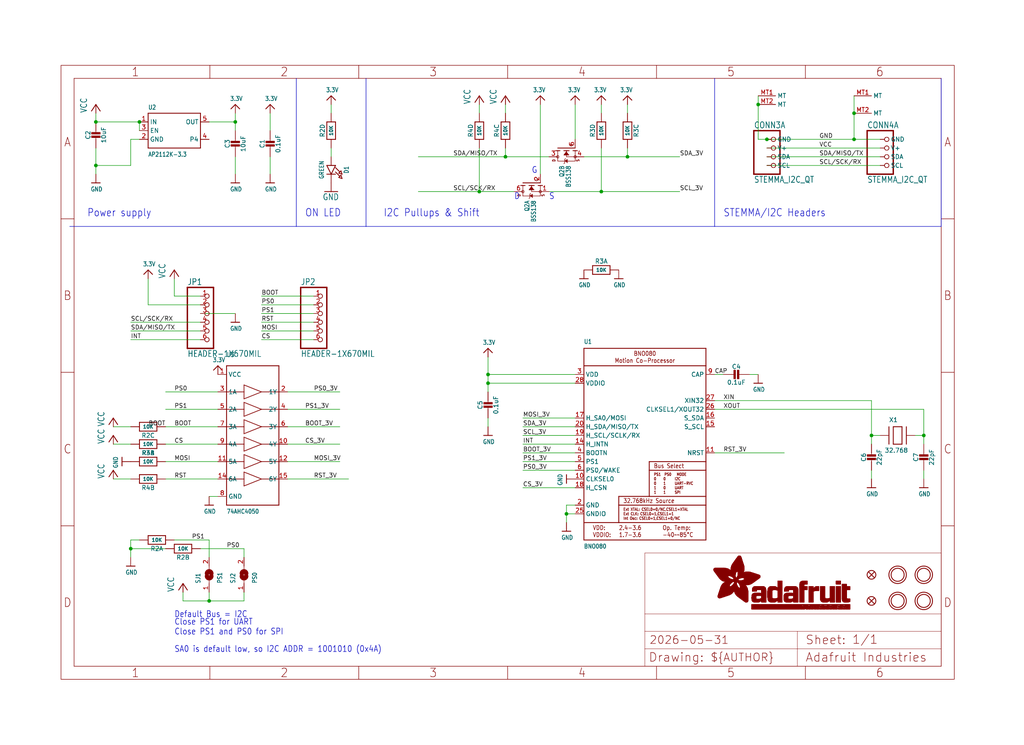
<source format=kicad_sch>
(kicad_sch (version 20231120) (generator "eeschema") (generator_version "8.0")
  (paper "User" 298.45 217.322)
  (lib_symbols
    (symbol "Adafruit_BNO08x-eagle-import:3.3V" (power)
      (symbol "3.3V_1_0"
        (pin power_in line (at 0 -2.54 90) (length 2.54) (name "3.3V") (number "1"))
      )
    )
    (symbol "Adafruit_BNO08x-eagle-import:74HC4050DTSSOP"
      (property "Reference" "U" (at -7.62 22.86 0))
      (symbol "74HC4050DTSSOP_1_0"
        (pin bidirectional line (at -10.16 17.78 0) (length 2.54) (name "VCC") (number "1"))
        (pin bidirectional line (at 10.16 -2.54 180) (length 2.54) (name "4Y") (number "10"))
        (pin bidirectional line (at -10.16 -7.62 0) (length 2.54) (name "5A") (number "11"))
        (pin bidirectional line (at 10.16 -7.62 180) (length 2.54) (name "5Y") (number "12"))
        (pin bidirectional line (at -10.16 -12.7 0) (length 2.54) (name "6A") (number "14"))
        (pin bidirectional line (at 10.16 -12.7 180) (length 2.54) (name "6Y") (number "15"))
        (pin bidirectional line (at 10.16 12.7 180) (length 2.54) (name "1Y") (number "2"))
        (pin bidirectional line (at -10.16 12.7 0) (length 2.54) (name "1A") (number "3"))
        (pin bidirectional line (at 10.16 7.62 180) (length 2.54) (name "2Y") (number "4"))
        (pin bidirectional line (at -10.16 7.62 0) (length 2.54) (name "2A") (number "5"))
        (pin bidirectional line (at 10.16 2.54 180) (length 2.54) (name "3Y") (number "6"))
        (pin bidirectional line (at -10.16 2.54 0) (length 2.54) (name "3A") (number "7"))
        (pin bidirectional line (at -10.16 -17.78 0) (length 2.54) (name "GND") (number "8"))
        (pin bidirectional line (at -10.16 -2.54 0) (length 2.54) (name "4A") (number "9"))
      )
    )
    (symbol "Adafruit_BNO08x-eagle-import:BNO080"
      (property "Reference" "U" (at -17.78 29.21 0))
      (symbol "BNO080_1_0"
        (text "2.4-3.6\n1.7-3.6" (at -7.62 -25.4 0) (effects (font (size 1.27 1.0795)) (justify left)))
        (text "32.768kHz Source" (at -6.35 -16.51 0) (effects (font (size 1.27 1.0795)) (justify left)))
        (text "BNO080\nMotion Co-Processor" (at 0 25.4 0) (effects (font (size 1.27 1.0795))))
        (text "Bus Select" (at 2.54 -6.35 0) (effects (font (size 1.27 1.0795)) (justify left)))
        (text "Ext XTAL: CSEL0=0/NC,CSEL1=XTAL\nExt CLK: CSEL0=1,CSEL1=1\nInt Osc: CSEL0=1,CSEL1=0/NC" (at -6.35 -20.32 0) (effects (font (size 0.8128 0.6908)) (justify left)))
        (text "Op. Temp:\n-40~~85°C" (at 5.08 -25.4 0) (effects (font (size 1.27 1.0795)) (justify left)))
        (text "PS1  PS0   MODE\n0    0     I2C\n0    1     UART-RVC\n1    0     UART\n1    1     SPI" (at 2.54 -11.43 0) (effects (font (size 0.8128 0.6908)) (justify left)))
        (text "VDD:\nVDDIO:" (at -15.24 -25.4 0) (effects (font (size 1.27 1.0795)) (justify left)))
        (pin input line (at -20.32 -10.16 0) (length 2.54) (name "CLKSEL0") (number "10"))
        (pin input line (at 20.32 -2.54 180) (length 2.54) (name "NRST") (number "11"))
        (pin output line (at -20.32 0 0) (length 2.54) (name "H_INTN") (number "14"))
        (pin bidirectional line (at 20.32 5.08 180) (length 2.54) (name "S_SCL") (number "15"))
        (pin bidirectional line (at 20.32 7.62 180) (length 2.54) (name "S_SDA") (number "16"))
        (pin output line (at -20.32 7.62 0) (length 2.54) (name "H_SA0/MOSI") (number "17"))
        (pin input line (at -20.32 -12.7 0) (length 2.54) (name "H_CSN") (number "18"))
        (pin bidirectional line (at -20.32 2.54 0) (length 2.54) (name "H_SCL/SCLK/RX") (number "19"))
        (pin power_in line (at -20.32 -17.78 0) (length 2.54) (name "GND") (number "2"))
        (pin bidirectional line (at -20.32 5.08 0) (length 2.54) (name "H_SDA/MISO/TX") (number "20"))
        (pin power_in line (at -20.32 -20.32 0) (length 2.54) (name "GNDIO") (number "25"))
        (pin output line (at 20.32 10.16 180) (length 2.54) (name "CLKSEL1/XOUT32") (number "26"))
        (pin input line (at 20.32 12.7 180) (length 2.54) (name "XIN32") (number "27"))
        (pin power_in line (at -20.32 17.78 0) (length 2.54) (name "VDDIO") (number "28"))
        (pin power_in line (at -20.32 20.32 0) (length 2.54) (name "VDD") (number "3"))
        (pin input line (at -20.32 -2.54 0) (length 2.54) (name "BOOTN") (number "4"))
        (pin input line (at -20.32 -5.08 0) (length 2.54) (name "PS1") (number "5"))
        (pin input line (at -20.32 -7.62 0) (length 2.54) (name "PS0/WAKE") (number "6"))
        (pin passive line (at 20.32 20.32 180) (length 2.54) (name "CAP") (number "9"))
      )
    )
    (symbol "Adafruit_BNO08x-eagle-import:CAP_CERAMIC0603_NO"
      (property "Reference" "C" (at -2.29 1.25 90))
      (symbol "CAP_CERAMIC0603_NO_1_0"
        (pin passive line (at 0 5.08 270) (length 2.54) (name "1") (number "1"))
        (pin passive line (at 0 -2.54 90) (length 2.54) (name "2") (number "2"))
      )
    )
    (symbol "Adafruit_BNO08x-eagle-import:CAP_CERAMIC0805-NOOUTLINE"
      (property "Reference" "C" (at -2.29 1.25 90))
      (symbol "CAP_CERAMIC0805-NOOUTLINE_1_0"
        (pin passive line (at 0 5.08 270) (length 2.54) (name "1") (number "1"))
        (pin passive line (at 0 -2.54 90) (length 2.54) (name "2") (number "2"))
      )
    )
    (symbol "Adafruit_BNO08x-eagle-import:FIDUCIAL_1MM")
    (symbol "Adafruit_BNO08x-eagle-import:FRAME_A4_ADAFRUIT"
      (symbol "FRAME_A4_ADAFRUIT_1_0"
        (text "${#}/${##}" (at 230.505 10.16 0) (effects (font (size 2.54 2.54)) (justify left bottom)))
        (text "${AUTHOR}" (at 189.23 5.08 0) (effects (font (size 2.286 2.286)) (justify left bottom)))
        (text "${CURRENT_DATE}" (at 171.45 10.16 0) (effects (font (size 2.286 2.286)) (justify left bottom)))
        (text "${PROJECTNAME}" (at 171.45 15.24 0) (effects (font (size 2.54 2.54)) (justify left bottom)))
        (text "1" (at 21.6958 1.905 0) (effects (font (size 2.54 2.286))))
        (text "1" (at 21.6958 177.165 0) (effects (font (size 2.54 2.286))))
        (text "2" (at 65.0875 1.905 0) (effects (font (size 2.54 2.286))))
        (text "2" (at 65.0875 177.165 0) (effects (font (size 2.54 2.286))))
        (text "3" (at 108.4792 1.905 0) (effects (font (size 2.54 2.286))))
        (text "3" (at 108.4792 177.165 0) (effects (font (size 2.54 2.286))))
        (text "4" (at 151.8708 1.905 0) (effects (font (size 2.54 2.286))))
        (text "4" (at 151.8708 177.165 0) (effects (font (size 2.54 2.286))))
        (text "5" (at 195.2625 1.905 0) (effects (font (size 2.54 2.286))))
        (text "5" (at 195.2625 177.165 0) (effects (font (size 2.54 2.286))))
        (text "6" (at 238.6542 1.905 0) (effects (font (size 2.54 2.286))))
        (text "6" (at 238.6542 177.165 0) (effects (font (size 2.54 2.286))))
        (text "A" (at 1.905 156.6863 0) (effects (font (size 2.54 2.286))))
        (text "A" (at 258.445 156.6863 0) (effects (font (size 2.54 2.286))))
        (text "Adafruit Industries" (at 216.916 4.953 0) (effects (font (size 2.54 2.54)) (justify left bottom)))
        (text "B" (at 1.905 111.9188 0) (effects (font (size 2.54 2.286))))
        (text "B" (at 258.445 111.9188 0) (effects (font (size 2.54 2.286))))
        (text "C" (at 1.905 67.1513 0) (effects (font (size 2.54 2.286))))
        (text "C" (at 258.445 67.1513 0) (effects (font (size 2.54 2.286))))
        (text "D" (at 1.905 22.3838 0) (effects (font (size 2.54 2.286))))
        (text "D" (at 258.445 22.3838 0) (effects (font (size 2.54 2.286))))
        (text "Drawing:" (at 171.196 4.953 0) (effects (font (size 2.54 2.54)) (justify left bottom)))
        (text "Sheet:" (at 216.916 10.033 0) (effects (font (size 2.54 2.54)) (justify left bottom)))
      )
    )
    (symbol "Adafruit_BNO08x-eagle-import:GND" (power)
      (symbol "GND_1_0"
        (pin power_in line (at 0 2.54 270) (length 2.54) (name "GND") (number "1"))
      )
    )
    (symbol "Adafruit_BNO08x-eagle-import:HEADER-1X670MIL"
      (property "Reference" "JP" (at -6.35 10.795 0))
      (symbol "HEADER-1X670MIL_1_0"
        (pin passive inverted (at -2.54 7.62 0) (length 2.54) (name "1") (number "1"))
        (pin passive inverted (at -2.54 5.08 0) (length 2.54) (name "2") (number "2"))
        (pin passive inverted (at -2.54 2.54 0) (length 2.54) (name "3") (number "3"))
        (pin passive inverted (at -2.54 0 0) (length 2.54) (name "4") (number "4"))
        (pin passive inverted (at -2.54 -2.54 0) (length 2.54) (name "5") (number "5"))
        (pin passive inverted (at -2.54 -5.08 0) (length 2.54) (name "6") (number "6"))
      )
    )
    (symbol "Adafruit_BNO08x-eagle-import:LED0603_NOOUTLINE"
      (property "Reference" "D" (at -1.27 4.445 0))
      (symbol "LED0603_NOOUTLINE_1_0"
        (pin passive line (at -5.08 0 0) (length 2.54) (name "A") (number "A"))
        (pin passive line (at 2.54 0 180) (length 2.54) (name "C") (number "C"))
      )
    )
    (symbol "Adafruit_BNO08x-eagle-import:MOSFET-N_DUAL"
      (property "Reference" "Q" (at 5.08 0.635 0))
      (symbol "MOSFET-N_DUAL_1_0"
        (text "D" (at 3.175 3.175 0) (effects (font (size 0.8128 0.6908)) (justify left bottom)))
        (text "G" (at -1.27 -1.905 0) (effects (font (size 0.8128 0.6908)) (justify left bottom)))
        (text "S" (at 3.175 -3.81 0) (effects (font (size 0.8128 0.6908)) (justify left bottom)))
        (pin bidirectional line (at 2.54 -5.08 90) (length 2.54) (name "S") (number "1"))
        (pin bidirectional line (at -2.54 -2.54 0) (length 2.54) (name "G") (number "2"))
        (pin bidirectional line (at 2.54 5.08 270) (length 2.54) (name "D") (number "6"))
      )
      (symbol "MOSFET-N_DUAL_2_0"
        (text "D" (at 3.175 3.175 0) (effects (font (size 0.8128 0.6908)) (justify left bottom)))
        (text "G" (at -1.27 -1.905 0) (effects (font (size 0.8128 0.6908)) (justify left bottom)))
        (text "S" (at 3.175 -3.81 0) (effects (font (size 0.8128 0.6908)) (justify left bottom)))
        (pin bidirectional line (at 2.54 5.08 270) (length 2.54) (name "D") (number "3"))
        (pin bidirectional line (at 2.54 -5.08 90) (length 2.54) (name "S") (number "4"))
        (pin bidirectional line (at -2.54 -2.54 0) (length 2.54) (name "G") (number "5"))
      )
    )
    (symbol "Adafruit_BNO08x-eagle-import:MOUNTINGHOLE2.5")
    (symbol "Adafruit_BNO08x-eagle-import:RESISTOR_4PACK"
      (property "Reference" "R" (at 0 2.54 0))
      (symbol "RESISTOR_4PACK_1_0"
        (pin passive line (at -5.08 0 0) (length 2.54) (name "1") (number "1"))
        (pin passive line (at 5.08 0 180) (length 2.54) (name "2") (number "8"))
      )
      (symbol "RESISTOR_4PACK_2_0"
        (pin passive line (at -5.08 0 0) (length 2.54) (name "1") (number "2"))
        (pin passive line (at 5.08 0 180) (length 2.54) (name "2") (number "7"))
      )
      (symbol "RESISTOR_4PACK_3_0"
        (pin passive line (at -5.08 0 0) (length 2.54) (name "1") (number "3"))
        (pin passive line (at 5.08 0 180) (length 2.54) (name "2") (number "6"))
      )
      (symbol "RESISTOR_4PACK_4_0"
        (pin passive line (at -5.08 0 0) (length 2.54) (name "1") (number "4"))
        (pin passive line (at 5.08 0 180) (length 2.54) (name "2") (number "5"))
      )
    )
    (symbol "Adafruit_BNO08x-eagle-import:SOLDERJUMPER"
      (property "Reference" "SJ" (at -2.54 2.54 0))
      (symbol "SOLDERJUMPER_1_0"
        (pin passive line (at -5.08 0 0) (length 2.54) (name "1") (number "1"))
        (pin passive line (at 5.08 0 180) (length 2.54) (name "2") (number "2"))
      )
    )
    (symbol "Adafruit_BNO08x-eagle-import:STEMMA_I2C_QT"
      (symbol "STEMMA_I2C_QT_1_0"
        (pin passive inverted (at 0 5.08 0) (length 2.54) (name "GND") (number "1"))
        (pin passive inverted (at 0 2.54 0) (length 2.54) (name "V+") (number "2"))
        (pin passive inverted (at 0 0 0) (length 2.54) (name "SDA") (number "3"))
        (pin passive inverted (at 0 -2.54 0) (length 2.54) (name "SCL") (number "4"))
      )
      (symbol "STEMMA_I2C_QT_2_0"
        (pin bidirectional line (at 0 0 0) (length 5.08) (name "MT") (number "MT1"))
      )
      (symbol "STEMMA_I2C_QT_3_0"
        (pin bidirectional line (at 0 0 0) (length 5.08) (name "MT") (number "MT2"))
      )
    )
    (symbol "Adafruit_BNO08x-eagle-import:VCC" (power)
      (symbol "VCC_1_0"
        (pin power_in line (at 0 -2.54 90) (length 2.54) (name "VCC") (number "1"))
      )
    )
    (symbol "Adafruit_BNO08x-eagle-import:VREG_SOT23-5"
      (property "Reference" "U" (at -7.62 6.096 0))
      (symbol "VREG_SOT23-5_1_0"
        (pin power_in line (at -10.16 2.54 0) (length 2.54) (name "IN") (number "1"))
        (pin power_in line (at -10.16 -2.54 0) (length 2.54) (name "GND") (number "2"))
        (pin input line (at -10.16 0 0) (length 2.54) (name "EN") (number "3"))
        (pin bidirectional line (at 10.16 -2.54 180) (length 2.54) (name "P4") (number "4"))
        (pin power_in line (at 10.16 2.54 180) (length 2.54) (name "OUT") (number "5"))
      )
    )
    (symbol "Adafruit_BNO08x-eagle-import:XTAL-3.2X1.5"
      (property "Reference" "X" (at -2.54 3.81 0))
      (symbol "XTAL-3.2X1.5_1_0"
        (pin bidirectional line (at -5.08 0 0) (length 2.54) (name "P$1") (number "P$1"))
        (pin bidirectional line (at 5.08 0 180) (length 2.54) (name "P$2") (number "P$2"))
      )
    )
    (symbol "Adafruit_BNO08x-eagle-import:supply1_GND" (power)
      (symbol "supply1_GND_1_0"
        (pin power_in line (at 0 2.54 270) (length 2.54) (name "GND") (number "1"))
      )
    )
  )
  (junction (at 40.64 35.56))
  (junction (at 27.94 48.26))
  (junction (at 220.98 30.48))
  (junction (at 68.58 35.56))
  (junction (at 175.26 55.88))
  (junction (at 142.24 111.76))
  (junction (at 254 127))
  (junction (at 165.1 149.86))
  (junction (at 248.92 33.02))
  (junction (at 38.1 160.02))
  (junction (at 248.92 40.64))
  (junction (at 60.96 175.26))
  (junction (at 139.7 55.88))
  (junction (at 147.32 45.72))
  (junction (at 269.24 127))
  (junction (at 27.94 35.56))
  (junction (at 182.88 45.72))
  (junction (at 223.52 40.64))
  (junction (at 142.24 109.22))
  (wire (pts (xy 175.26 55.88) (xy 198.12 55.88)) (stroke (width 0.1524)))
  (wire (pts (xy 175.26 43.18) (xy 175.26 55.88)) (stroke (width 0.1524)))
  (wire (pts (xy 27.94 33.02) (xy 27.94 35.56)) (stroke (width 0.1524)))
  (wire (pts (xy 167.64 121.92) (xy 152.4 121.92)) (stroke (width 0.1524)))
  (wire (pts (xy 50.8 86.36) (xy 50.8 81.28)) (stroke (width 0.1524)))
  (wire (pts (xy 33.02 139.7) (xy 38.1 139.7)) (stroke (width 0.1524)))
  (wire (pts (xy 220.98 30.48) (xy 220.98 40.64)) (stroke (width 0.1524)))
  (wire (pts (xy 147.32 43.18) (xy 147.32 45.72)) (stroke (width 0.1524)))
  (wire (pts (xy 139.7 55.88) (xy 121.92 55.88)) (stroke (width 0.1524)))
  (wire (pts (xy 27.94 48.26) (xy 27.94 50.8)) (stroke (width 0.1524)))
  (wire (pts (xy 48.26 129.54) (xy 63.5 129.54)) (stroke (width 0.1524)))
  (wire (pts (xy 63.5 144.78) (xy 60.96 144.78)) (stroke (width 0.1524)))
  (wire (pts (xy 254 127) (xy 254 129.54)) (stroke (width 0.1524)))
  (wire (pts (xy 40.64 40.64) (xy 38.1 40.64)) (stroke (width 0.1524)))
  (wire (pts (xy 68.58 35.56) (xy 68.58 38.1)) (stroke (width 0.1524)))
  (wire (pts (xy 96.52 45.72) (xy 96.52 43.18)) (stroke (width 0.1524)))
  (wire (pts (xy 160.02 45.72) (xy 147.32 45.72)) (stroke (width 0.1524)))
  (wire (pts (xy 139.7 43.18) (xy 139.7 55.88)) (stroke (width 0.1524)))
  (wire (pts (xy 182.88 43.18) (xy 182.88 45.72)) (stroke (width 0.1524)))
  (wire (pts (xy 182.88 33.02) (xy 182.88 30.48)) (stroke (width 0.1524)))
  (polyline (pts (xy 20.32 66.04) (xy 86.36 66.04)) (stroke (width 0.1524) (type solid)))
  (wire (pts (xy 58.42 93.98) (xy 38.1 93.98)) (stroke (width 0.1524)))
  (wire (pts (xy 165.1 147.32) (xy 165.1 149.86)) (stroke (width 0.1524)))
  (wire (pts (xy 223.52 48.26) (xy 256.54 48.26)) (stroke (width 0.1524)))
  (wire (pts (xy 71.12 172.72) (xy 71.12 175.26)) (stroke (width 0.1524)))
  (wire (pts (xy 220.98 27.94) (xy 220.98 30.48)) (stroke (width 0.1524)))
  (wire (pts (xy 256.54 40.64) (xy 248.92 40.64)) (stroke (width 0.1524)))
  (wire (pts (xy 208.28 132.08) (xy 228.6 132.08)) (stroke (width 0.1524)))
  (wire (pts (xy 60.96 175.26) (xy 53.34 175.26)) (stroke (width 0.1524)))
  (wire (pts (xy 68.58 45.72) (xy 68.58 50.8)) (stroke (width 0.1524)))
  (wire (pts (xy 60.96 35.56) (xy 68.58 35.56)) (stroke (width 0.1524)))
  (wire (pts (xy 167.64 109.22) (xy 142.24 109.22)) (stroke (width 0.1524)))
  (wire (pts (xy 142.24 121.92) (xy 142.24 124.46)) (stroke (width 0.1524)))
  (wire (pts (xy 175.26 33.02) (xy 175.26 30.48)) (stroke (width 0.1524)))
  (wire (pts (xy 83.82 114.3) (xy 99.06 114.3)) (stroke (width 0.1524)))
  (wire (pts (xy 60.96 172.72) (xy 60.96 175.26)) (stroke (width 0.1524)))
  (wire (pts (xy 96.52 30.48) (xy 96.52 33.02)) (stroke (width 0.1524)))
  (wire (pts (xy 254 137.16) (xy 254 139.7)) (stroke (width 0.1524)))
  (wire (pts (xy 38.1 157.48) (xy 40.64 157.48)) (stroke (width 0.1524)))
  (wire (pts (xy 48.26 160.02) (xy 38.1 160.02)) (stroke (width 0.1524)))
  (wire (pts (xy 58.42 160.02) (xy 71.12 160.02)) (stroke (width 0.1524)))
  (wire (pts (xy 152.4 137.16) (xy 167.64 137.16)) (stroke (width 0.1524)))
  (wire (pts (xy 139.7 30.48) (xy 139.7 33.02)) (stroke (width 0.1524)))
  (wire (pts (xy 147.32 45.72) (xy 121.92 45.72)) (stroke (width 0.1524)))
  (wire (pts (xy 269.24 137.16) (xy 269.24 139.7)) (stroke (width 0.1524)))
  (wire (pts (xy 58.42 86.36) (xy 50.8 86.36)) (stroke (width 0.1524)))
  (wire (pts (xy 208.28 116.84) (xy 254 116.84)) (stroke (width 0.1524)))
  (wire (pts (xy 269.24 119.38) (xy 269.24 127)) (stroke (width 0.1524)))
  (wire (pts (xy 38.1 40.64) (xy 38.1 48.26)) (stroke (width 0.1524)))
  (wire (pts (xy 33.02 124.46) (xy 38.1 124.46)) (stroke (width 0.1524)))
  (wire (pts (xy 91.44 96.52) (xy 76.2 96.52)) (stroke (width 0.1524)))
  (wire (pts (xy 40.64 38.1) (xy 40.64 35.56)) (stroke (width 0.1524)))
  (wire (pts (xy 91.44 91.44) (xy 76.2 91.44)) (stroke (width 0.1524)))
  (wire (pts (xy 266.7 127) (xy 269.24 127)) (stroke (width 0.1524)))
  (wire (pts (xy 83.82 124.46) (xy 99.06 124.46)) (stroke (width 0.1524)))
  (wire (pts (xy 60.96 157.48) (xy 60.96 162.56)) (stroke (width 0.1524)))
  (wire (pts (xy 248.92 40.64) (xy 223.52 40.64)) (stroke (width 0.1524)))
  (wire (pts (xy 220.98 40.64) (xy 223.52 40.64)) (stroke (width 0.1524)))
  (wire (pts (xy 223.52 43.18) (xy 256.54 43.18)) (stroke (width 0.1524)))
  (wire (pts (xy 248.92 27.94) (xy 248.92 33.02)) (stroke (width 0.1524)))
  (wire (pts (xy 27.94 48.26) (xy 27.94 43.18)) (stroke (width 0.1524)))
  (wire (pts (xy 58.42 99.06) (xy 38.1 99.06)) (stroke (width 0.1524)))
  (polyline (pts (xy 106.68 66.04) (xy 208.28 66.04)) (stroke (width 0.1524) (type solid)))
  (wire (pts (xy 38.1 160.02) (xy 38.1 162.56)) (stroke (width 0.1524)))
  (wire (pts (xy 149.86 55.88) (xy 139.7 55.88)) (stroke (width 0.1524)))
  (wire (pts (xy 91.44 88.9) (xy 76.2 88.9)) (stroke (width 0.1524)))
  (polyline (pts (xy 86.36 66.04) (xy 106.68 66.04)) (stroke (width 0.1524) (type solid)))
  (wire (pts (xy 167.64 132.08) (xy 152.4 132.08)) (stroke (width 0.1524)))
  (wire (pts (xy 167.64 40.64) (xy 167.64 30.48)) (stroke (width 0.1524)))
  (wire (pts (xy 71.12 175.26) (xy 60.96 175.26)) (stroke (width 0.1524)))
  (wire (pts (xy 58.42 96.52) (xy 38.1 96.52)) (stroke (width 0.1524)))
  (wire (pts (xy 157.48 50.8) (xy 157.48 30.48)) (stroke (width 0.1524)))
  (wire (pts (xy 50.8 157.48) (xy 60.96 157.48)) (stroke (width 0.1524)))
  (wire (pts (xy 167.64 142.24) (xy 152.4 142.24)) (stroke (width 0.1524)))
  (wire (pts (xy 40.64 35.56) (xy 27.94 35.56)) (stroke (width 0.1524)))
  (wire (pts (xy 167.64 147.32) (xy 165.1 147.32)) (stroke (width 0.1524)))
  (wire (pts (xy 71.12 160.02) (xy 71.12 162.56)) (stroke (width 0.1524)))
  (polyline (pts (xy 208.28 22.86) (xy 208.28 66.04)) (stroke (width 0.1524) (type solid)))
  (wire (pts (xy 63.5 119.38) (xy 48.26 119.38)) (stroke (width 0.1524)))
  (wire (pts (xy 256.54 45.72) (xy 223.52 45.72)) (stroke (width 0.1524)))
  (wire (pts (xy 58.42 88.9) (xy 43.18 88.9)) (stroke (width 0.1524)))
  (wire (pts (xy 83.82 139.7) (xy 101.6 139.7)) (stroke (width 0.1524)))
  (polyline (pts (xy 86.36 22.86) (xy 86.36 66.04)) (stroke (width 0.1524) (type solid)))
  (wire (pts (xy 91.44 86.36) (xy 76.2 86.36)) (stroke (width 0.1524)))
  (wire (pts (xy 147.32 33.02) (xy 147.32 30.48)) (stroke (width 0.1524)))
  (wire (pts (xy 83.82 134.62) (xy 99.06 134.62)) (stroke (width 0.1524)))
  (wire (pts (xy 38.1 157.48) (xy 38.1 160.02)) (stroke (width 0.1524)))
  (wire (pts (xy 142.24 109.22) (xy 142.24 104.14)) (stroke (width 0.1524)))
  (wire (pts (xy 167.64 149.86) (xy 165.1 149.86)) (stroke (width 0.1524)))
  (polyline (pts (xy 106.68 22.86) (xy 106.68 66.04)) (stroke (width 0.1524) (type solid)))
  (wire (pts (xy 78.74 45.72) (xy 78.74 50.8)) (stroke (width 0.1524)))
  (wire (pts (xy 68.58 35.56) (xy 68.58 33.02)) (stroke (width 0.1524)))
  (wire (pts (xy 167.64 111.76) (xy 142.24 111.76)) (stroke (width 0.1524)))
  (wire (pts (xy 142.24 114.3) (xy 142.24 111.76)) (stroke (width 0.1524)))
  (wire (pts (xy 63.5 114.3) (xy 48.26 114.3)) (stroke (width 0.1524)))
  (wire (pts (xy 254 116.84) (xy 254 127)) (stroke (width 0.1524)))
  (wire (pts (xy 160.02 55.88) (xy 175.26 55.88)) (stroke (width 0.1524)))
  (wire (pts (xy 63.5 124.46) (xy 48.26 124.46)) (stroke (width 0.1524)))
  (polyline (pts (xy 274.32 22.86) (xy 274.32 66.04)) (stroke (width 0.1524) (type solid)))
  (wire (pts (xy 167.64 129.54) (xy 152.4 129.54)) (stroke (width 0.1524)))
  (wire (pts (xy 83.82 129.54) (xy 99.06 129.54)) (stroke (width 0.1524)))
  (polyline (pts (xy 208.28 66.04) (xy 274.32 66.04)) (stroke (width 0.1524) (type solid)))
  (wire (pts (xy 63.5 134.62) (xy 48.26 134.62)) (stroke (width 0.1524)))
  (wire (pts (xy 208.28 119.38) (xy 269.24 119.38)) (stroke (width 0.1524)))
  (wire (pts (xy 167.64 134.62) (xy 152.4 134.62)) (stroke (width 0.1524)))
  (wire (pts (xy 269.24 127) (xy 269.24 129.54)) (stroke (width 0.1524)))
  (wire (pts (xy 99.06 119.38) (xy 83.82 119.38)) (stroke (width 0.1524)))
  (wire (pts (xy 248.92 33.02) (xy 248.92 40.64)) (stroke (width 0.1524)))
  (wire (pts (xy 78.74 33.02) (xy 78.74 38.1)) (stroke (width 0.1524)))
  (wire (pts (xy 256.54 127) (xy 254 127)) (stroke (width 0.1524)))
  (wire (pts (xy 142.24 111.76) (xy 142.24 109.22)) (stroke (width 0.1524)))
  (wire (pts (xy 208.28 109.22) (xy 210.82 109.22)) (stroke (width 0.1524)))
  (wire (pts (xy 218.44 109.22) (xy 220.98 109.22)) (stroke (width 0.1524)))
  (wire (pts (xy 165.1 149.86) (xy 165.1 152.4)) (stroke (width 0.1524)))
  (wire (pts (xy 91.44 93.98) (xy 76.2 93.98)) (stroke (width 0.1524)))
  (wire (pts (xy 167.64 127) (xy 152.4 127)) (stroke (width 0.1524)))
  (wire (pts (xy 167.64 124.46) (xy 152.4 124.46)) (stroke (width 0.1524)))
  (wire (pts (xy 43.18 88.9) (xy 43.18 81.28)) (stroke (width 0.1524)))
  (wire (pts (xy 38.1 48.26) (xy 27.94 48.26)) (stroke (width 0.1524)))
  (wire (pts (xy 48.26 139.7) (xy 63.5 139.7)) (stroke (width 0.1524)))
  (wire (pts (xy 53.34 175.26) (xy 53.34 172.72)) (stroke (width 0.1524)))
  (wire (pts (xy 58.42 91.44) (xy 68.58 91.44)) (stroke (width 0.1524)))
  (wire (pts (xy 33.02 129.54) (xy 38.1 129.54)) (stroke (width 0.1524)))
  (wire (pts (xy 170.18 45.72) (xy 182.88 45.72)) (stroke (width 0.1524)))
  (wire (pts (xy 91.44 99.06) (xy 76.2 99.06)) (stroke (width 0.1524)))
  (wire (pts (xy 182.88 45.72) (xy 198.12 45.72)) (stroke (width 0.1524)))
  (text "SA0 is default low, so I2C ADDR = 1001010 (0x4A)" (at 50.8 190.5 0) (effects (font (size 1.778 1.5113)) (justify left bottom)))
  (text "I2C Pullups & Shift" (at 111.76 63.5 0) (effects (font (size 2.1844 1.8567)) (justify left bottom)))
  (text "STEMMA/I2C Headers" (at 210.82 63.5 0) (effects (font (size 2.1844 1.8567)) (justify left bottom)))
  (text "Power supply" (at 25.4 63.5 0) (effects (font (size 2.1844 1.8567)) (justify left bottom)))
  (text "Default Bus = I2C" (at 50.8 180.34 0) (effects (font (size 1.778 1.5113)) (justify left bottom)))
  (text "S" (at 160.02 58.42 0) (effects (font (size 1.778 1.5113)) (justify left bottom)))
  (text "D" (at 149.86 58.42 0) (effects (font (size 1.778 1.5113)) (justify left bottom)))
  (text "ON LED" (at 88.9 63.5 0) (effects (font (size 2.1844 1.8567)) (justify left bottom)))
  (text "Close PS1 for UART\nClose PS1 and PS0 for SPI" (at 50.8 185.42 0) (effects (font (size 1.778 1.5113)) (justify left bottom)))
  (text "G" (at 154.94 50.8 0) (effects (font (size 1.778 1.5113)) (justify left bottom)))
  (label "PS0" (at 66.04 160.02 0) (effects (font (size 1.2446 1.2446))))
  (label "CS" (at 50.8 129.54 0) (effects (font (size 1.2446 1.2446))))
  (label "SCL_3V" (at 198.12 55.88 0) (effects (font (size 1.2446 1.2446))))
  (label "PS1_3V" (at 88.9 119.38 0) (effects (font (size 1.2446 1.2446))))
  (label "RST_3V" (at 210.82 132.08 0) (effects (font (size 1.2446 1.2446))))
  (label "PS0_3V" (at 91.44 114.3 0) (effects (font (size 1.2446 1.2446))))
  (label "PS1" (at 55.88 157.48 0) (effects (font (size 1.2446 1.2446))))
  (label "VCC" (at 238.76 43.18 0) (effects (font (size 1.2446 1.2446))))
  (label "MOSI" (at 50.8 134.62 0) (effects (font (size 1.2446 1.2446))))
  (label "MOSI_3V" (at 152.4 121.92 0) (effects (font (size 1.2446 1.2446))))
  (label "SDA_3V" (at 152.4 124.46 0) (effects (font (size 1.2446 1.2446))))
  (label "MOSI_3V" (at 91.44 134.62 0) (effects (font (size 1.2446 1.2446))))
  (label "SCL/SCK/RX" (at 132.08 55.88 0) (effects (font (size 1.2446 1.2446))))
  (label "SDA/MISO/TX" (at 238.76 45.72 0) (effects (font (size 1.2446 1.2446))))
  (label "PS0" (at 76.2 88.9 0) (effects (font (size 1.2446 1.2446))))
  (label "SDA/MISO/TX" (at 38.1 96.52 0) (effects (font (size 1.2446 1.2446))))
  (label "BOOT" (at 50.8 124.46 0) (effects (font (size 1.2446 1.2446))))
  (label "SCL_3V" (at 152.4 127 0) (effects (font (size 1.2446 1.2446))))
  (label "CAP" (at 208.28 109.22 0) (effects (font (size 1.2446 1.2446))))
  (label "XIN" (at 210.82 116.84 0) (effects (font (size 1.2446 1.2446))))
  (label "CS_3V" (at 88.9 129.54 0) (effects (font (size 1.2446 1.2446))))
  (label "CS_3V" (at 152.4 142.24 0) (effects (font (size 1.2446 1.2446))))
  (label "PS1_3V" (at 152.4 134.62 0) (effects (font (size 1.2446 1.2446))))
  (label "SCL/SCK/RX" (at 38.1 93.98 0) (effects (font (size 1.2446 1.2446))))
  (label "XOUT" (at 210.82 119.38 0) (effects (font (size 1.2446 1.2446))))
  (label "RST" (at 50.8 139.7 0) (effects (font (size 1.2446 1.2446))))
  (label "BOOT" (at 76.2 86.36 0) (effects (font (size 1.2446 1.2446))))
  (label "INT" (at 38.1 99.06 0) (effects (font (size 1.2446 1.2446))))
  (label "BOOT_3V" (at 88.9 124.46 0) (effects (font (size 1.2446 1.2446))))
  (label "MOSI" (at 76.2 96.52 0) (effects (font (size 1.2446 1.2446))))
  (label "PS1" (at 76.2 91.44 0) (effects (font (size 1.2446 1.2446))))
  (label "PS0" (at 50.8 114.3 0) (effects (font (size 1.2446 1.2446))))
  (label "SDA/MISO/TX" (at 132.08 45.72 0) (effects (font (size 1.2446 1.2446))))
  (label "RST_3V" (at 91.44 139.7 0) (effects (font (size 1.2446 1.2446))))
  (label "SCL/SCK/RX" (at 238.76 48.26 0) (effects (font (size 1.2446 1.2446))))
  (label "INT" (at 152.4 129.54 0) (effects (font (size 1.2446 1.2446))))
  (label "BOOT" (at 48.26 124.46 180) (effects (font (size 1.2446 1.2446))))
  (label "PS1" (at 50.8 119.38 0) (effects (font (size 1.2446 1.2446))))
  (label "CS" (at 76.2 99.06 0) (effects (font (size 1.2446 1.2446))))
  (label "PS0_3V" (at 152.4 137.16 0) (effects (font (size 1.2446 1.2446))))
  (label "BOOT_3V" (at 152.4 132.08 0) (effects (font (size 1.2446 1.2446))))
  (label "GND" (at 238.76 40.64 0) (effects (font (size 1.2446 1.2446))))
  (label "RST" (at 76.2 93.98 0) (effects (font (size 1.2446 1.2446))))
  (label "SDA_3V" (at 198.12 45.72 0) (effects (font (size 1.2446 1.2446))))
  (symbol (lib_id "Adafruit_BNO08x-eagle-import:GND") (at 254 142.24 0) (unit 1)
    (property "Reference" "#U$12" (effects (hide yes)))
    (property "Value" "GND" (at 252.476 144.78 0) (effects (font (size 1.27 1.0795)) (justify left bottom)))
  )
  (symbol (lib_id "Adafruit_BNO08x-eagle-import:GND") (at 68.58 93.98 0) (unit 1)
    (property "Reference" "#U$10" (effects (hide yes)))
    (property "Value" "GND" (at 67.056 96.52 0) (effects (font (size 1.27 1.0795)) (justify left bottom)))
  )
  (symbol (lib_id "Adafruit_BNO08x-eagle-import:RESISTOR_4PACK") (at 43.18 134.62 0) (unit 2)
    (property "Reference" "R3" (at 43.18 132.08 0))
    (property "Value" "10K" (at 43.18 134.62 0) (effects (font (size 1.016 1.016) (bold yes))))
    (property "Footprint" "Adafruit_BNO08x:RESPACK_4X0603" (effects (hide yes)))
  )
  (symbol (lib_id "Adafruit_BNO08x-eagle-import:VCC") (at 50.8 78.74 0) (unit 1)
    (property "Reference" "#P+4" (effects (hide yes)))
    (property "Value" "VCC" (at 48.26 81.28 90) (effects (font (size 1.778 1.5113)) (justify left bottom)))
  )
  (symbol (lib_id "Adafruit_BNO08x-eagle-import:GND") (at 78.74 53.34 0) (unit 1)
    (property "Reference" "#U$6" (effects (hide yes)))
    (property "Value" "GND" (at 77.216 55.88 0) (effects (font (size 1.27 1.0795)) (justify left bottom)))
  )
  (symbol (lib_id "Adafruit_BNO08x-eagle-import:CAP_CERAMIC0603_NO") (at 254 134.62 0) (unit 1)
    (property "Reference" "C6" (at 251.71 133.37 90))
    (property "Value" "22pF" (at 256.3 133.37 90))
    (property "Footprint" "Adafruit_BNO08x:0603-NO" (effects (hide yes)))
  )
  (symbol (lib_id "Adafruit_BNO08x-eagle-import:GND") (at 220.98 111.76 0) (unit 1)
    (property "Reference" "#U$8" (effects (hide yes)))
    (property "Value" "GND" (at 219.456 114.3 0) (effects (font (size 1.27 1.0795)) (justify left bottom)))
  )
  (symbol (lib_id "Adafruit_BNO08x-eagle-import:RESISTOR_4PACK") (at 53.34 160.02 180) (unit 2)
    (property "Reference" "R2" (at 53.34 162.56 0))
    (property "Value" "10K" (at 53.34 160.02 0) (effects (font (size 1.016 1.016) (bold yes))))
    (property "Footprint" "Adafruit_BNO08x:RESPACK_4X0603" (effects (hide yes)))
  )
  (symbol (lib_id "Adafruit_BNO08x-eagle-import:HEADER-1X670MIL") (at 93.98 93.98 0) (unit 1)
    (property "Reference" "JP2" (at 87.63 83.185 0) (effects (font (size 1.778 1.5113)) (justify left bottom)))
    (property "Value" "HEADER-1X670MIL" (at 87.63 104.14 0) (effects (font (size 1.778 1.5113)) (justify left bottom)))
    (property "Footprint" "Adafruit_BNO08x:1X06_ROUND_70" (effects (hide yes)))
  )
  (symbol (lib_id "Adafruit_BNO08x-eagle-import:RESISTOR_4PACK") (at 175.26 38.1 90) (unit 4)
    (property "Reference" "R3" (at 172.72 38.1 0))
    (property "Value" "10K" (at 175.26 38.1 0) (effects (font (size 1.016 1.016) (bold yes))))
    (property "Footprint" "Adafruit_BNO08x:RESPACK_4X0603" (effects (hide yes)))
  )
  (symbol (lib_id "Adafruit_BNO08x-eagle-import:FRAME_A4_ADAFRUIT") (at 17.78 198.12 0) (unit 1)
    (property "Reference" "#U$18" (effects (hide yes)))
    (property "Value" "FRAME_A4_ADAFRUIT" (effects (hide yes)))
  )
  (symbol (lib_id "Adafruit_BNO08x-eagle-import:GND") (at 60.96 147.32 0) (unit 1)
    (property "Reference" "#U$34" (effects (hide yes)))
    (property "Value" "GND" (at 59.436 149.86 0) (effects (font (size 1.27 1.0795)) (justify left bottom)))
  )
  (symbol (lib_id "Adafruit_BNO08x-eagle-import:XTAL-3.2X1.5") (at 261.62 127 0) (unit 1)
    (property "Reference" "X1" (at 259.08 123.19 0) (effects (justify left bottom)))
    (property "Value" "32.768" (at 257.81 132.08 0) (effects (justify left bottom)))
    (property "Footprint" "Adafruit_BNO08x:XTAL3215" (effects (hide yes)))
  )
  (symbol (lib_id "Adafruit_BNO08x-eagle-import:CAP_CERAMIC0805-NOOUTLINE") (at 68.58 43.18 0) (unit 1)
    (property "Reference" "C3" (at 66.29 41.93 90))
    (property "Value" "10uF" (at 70.88 41.93 90))
    (property "Footprint" "Adafruit_BNO08x:0805-NO" (effects (hide yes)))
  )
  (symbol (lib_id "Adafruit_BNO08x-eagle-import:RESISTOR_4PACK") (at 175.26 78.74 0) (unit 1)
    (property "Reference" "R3" (at 175.26 76.2 0))
    (property "Value" "10K" (at 175.26 78.74 0) (effects (font (size 1.016 1.016) (bold yes))))
    (property "Footprint" "Adafruit_BNO08x:RESPACK_4X0603" (effects (hide yes)))
  )
  (symbol (lib_id "Adafruit_BNO08x-eagle-import:VCC") (at 33.02 121.92 0) (unit 1)
    (property "Reference" "#P+7" (effects (hide yes)))
    (property "Value" "VCC" (at 30.48 124.46 90) (effects (font (size 1.778 1.5113)) (justify left bottom)))
  )
  (symbol (lib_id "Adafruit_BNO08x-eagle-import:GND") (at 142.24 127 0) (unit 1)
    (property "Reference" "#U$11" (effects (hide yes)))
    (property "Value" "GND" (at 140.716 129.54 0) (effects (font (size 1.27 1.0795)) (justify left bottom)))
  )
  (symbol (lib_id "Adafruit_BNO08x-eagle-import:VCC") (at 53.34 170.18 0) (unit 1)
    (property "Reference" "#P+8" (effects (hide yes)))
    (property "Value" "VCC" (at 50.8 172.72 90) (effects (font (size 1.778 1.5113)) (justify left bottom)))
  )
  (symbol (lib_id "Adafruit_BNO08x-eagle-import:MOUNTINGHOLE2.5") (at 261.62 167.64 0) (unit 1)
    (property "Reference" "U$17" (effects (hide yes)))
    (property "Value" "MOUNTINGHOLE2.5" (effects (hide yes)))
    (property "Footprint" "Adafruit_BNO08x:MOUNTINGHOLE_2.5_PLATED" (effects (hide yes)))
  )
  (symbol (lib_id "Adafruit_BNO08x-eagle-import:CAP_CERAMIC0603_NO") (at 78.74 43.18 0) (unit 1)
    (property "Reference" "C1" (at 76.45 41.93 90))
    (property "Value" "0.1uF" (at 81.04 41.93 90))
    (property "Footprint" "Adafruit_BNO08x:0603-NO" (effects (hide yes)))
  )
  (symbol (lib_id "Adafruit_BNO08x-eagle-import:SOLDERJUMPER") (at 60.96 167.64 90) (unit 1)
    (property "Reference" "SJ1" (at 58.42 170.18 0) (effects (font (size 1.27 1.0795)) (justify left bottom)))
    (property "Value" "PS1" (at 64.77 170.18 0) (effects (font (size 1.27 1.0795)) (justify left bottom)))
    (property "Footprint" "Adafruit_BNO08x:SOLDERJUMPER_ARROW_NOPASTE" (effects (hide yes)))
  )
  (symbol (lib_id "Adafruit_BNO08x-eagle-import:LED0603_NOOUTLINE") (at 96.52 50.8 270) (unit 1)
    (property "Reference" "D1" (at 100.965 49.53 0) (effects (font (size 1.27 1.0795))))
    (property "Value" "GREEN" (at 93.726 49.53 0) (effects (font (size 1.27 1.0795))))
    (property "Footprint" "Adafruit_BNO08x:CHIPLED_0603_NOOUTLINE" (effects (hide yes)))
  )
  (symbol (lib_id "Adafruit_BNO08x-eagle-import:GND") (at 170.18 81.28 0) (unit 1)
    (property "Reference" "#U$33" (effects (hide yes)))
    (property "Value" "GND" (at 168.656 83.82 0) (effects (font (size 1.27 1.0795)) (justify left bottom)))
  )
  (symbol (lib_id "Adafruit_BNO08x-eagle-import:3.3V") (at 142.24 101.6 0) (unit 1)
    (property "Reference" "#U$4" (effects (hide yes)))
    (property "Value" "3.3V" (at 140.716 100.584 0) (effects (font (size 1.27 1.0795)) (justify left bottom)))
  )
  (symbol (lib_id "Adafruit_BNO08x-eagle-import:MOSFET-N_DUAL") (at 154.94 53.34 90) (mirror x) (unit 1)
    (property "Reference" "Q2" (at 154.305 58.42 0) (effects (font (size 1.27 1.0795)) (justify left bottom)))
    (property "Value" "BSS138" (at 156.21 58.42 0) (effects (font (size 1.27 1.0795)) (justify left bottom)))
    (property "Footprint" "Adafruit_BNO08x:SOT363" (effects (hide yes)))
  )
  (symbol (lib_id "Adafruit_BNO08x-eagle-import:CAP_CERAMIC0805-NOOUTLINE") (at 27.94 40.64 0) (unit 1)
    (property "Reference" "C2" (at 25.65 39.39 90))
    (property "Value" "10uF" (at 30.24 39.39 90))
    (property "Footprint" "Adafruit_BNO08x:0805-NO" (effects (hide yes)))
  )
  (symbol (lib_id "Adafruit_BNO08x-eagle-import:SOLDERJUMPER") (at 71.12 167.64 90) (unit 1)
    (property "Reference" "SJ2" (at 68.58 170.18 0) (effects (font (size 1.27 1.0795)) (justify left bottom)))
    (property "Value" "PS0" (at 74.93 170.18 0) (effects (font (size 1.27 1.0795)) (justify left bottom)))
    (property "Footprint" "Adafruit_BNO08x:SOLDERJUMPER_ARROW_NOPASTE" (effects (hide yes)))
  )
  (symbol (lib_id "Adafruit_BNO08x-eagle-import:GND") (at 27.94 53.34 0) (unit 1)
    (property "Reference" "#U$13" (effects (hide yes)))
    (property "Value" "GND" (at 26.416 55.88 0) (effects (font (size 1.27 1.0795)) (justify left bottom)))
  )
  (symbol (lib_id "Adafruit_BNO08x-eagle-import:RESISTOR_4PACK") (at 43.18 129.54 180) (unit 1)
    (property "Reference" "R4" (at 43.18 132.08 0))
    (property "Value" "10K" (at 43.18 129.54 0) (effects (font (size 1.016 1.016) (bold yes))))
    (property "Footprint" "Adafruit_BNO08x:RESPACK_4X0603" (effects (hide yes)))
  )
  (symbol (lib_id "Adafruit_BNO08x-eagle-import:VCC") (at 33.02 137.16 0) (unit 1)
    (property "Reference" "#P+6" (effects (hide yes)))
    (property "Value" "VCC" (at 30.48 139.7 90) (effects (font (size 1.778 1.5113)) (justify left bottom)))
  )
  (symbol (lib_id "Adafruit_BNO08x-eagle-import:3.3V") (at 175.26 27.94 0) (mirror y) (unit 1)
    (property "Reference" "#U$24" (effects (hide yes)))
    (property "Value" "3.3V" (at 176.784 26.924 0) (effects (font (size 1.27 1.0795)) (justify left bottom)))
  )
  (symbol (lib_id "Adafruit_BNO08x-eagle-import:RESISTOR_4PACK") (at 147.32 38.1 90) (unit 3)
    (property "Reference" "R4" (at 144.78 38.1 0))
    (property "Value" "10K" (at 147.32 38.1 0) (effects (font (size 1.016 1.016) (bold yes))))
    (property "Footprint" "Adafruit_BNO08x:RESPACK_4X0603" (effects (hide yes)))
  )
  (symbol (lib_id "Adafruit_BNO08x-eagle-import:74HC4050DTSSOP") (at 73.66 127 0) (unit 1)
    (property "Reference" "U3" (at 66.04 104.14 0) (effects (font (size 1.27 1.0795)) (justify left bottom)))
    (property "Value" "74AHC4050" (at 66.04 149.86 0) (effects (font (size 1.27 1.0795)) (justify left bottom)))
    (property "Footprint" "Adafruit_BNO08x:TSSOP16" (effects (hide yes)))
  )
  (symbol (lib_id "Adafruit_BNO08x-eagle-import:STEMMA_I2C_QT") (at 248.92 27.94 0) (unit 2)
    (property "Reference" "CONN4" (effects (hide yes)))
    (property "Value" "STEMMA_I2C_QT" (effects (hide yes)))
    (property "Footprint" "Adafruit_BNO08x:JST_SH4" (effects (hide yes)))
  )
  (symbol (lib_id "Adafruit_BNO08x-eagle-import:GND") (at 38.1 165.1 0) (unit 1)
    (property "Reference" "#U$28" (effects (hide yes)))
    (property "Value" "GND" (at 36.576 167.64 0) (effects (font (size 1.27 1.0795)) (justify left bottom)))
  )
  (symbol (lib_id "Adafruit_BNO08x-eagle-import:GND") (at 180.34 81.28 0) (unit 1)
    (property "Reference" "#U$29" (effects (hide yes)))
    (property "Value" "GND" (at 178.816 83.82 0) (effects (font (size 1.27 1.0795)) (justify left bottom)))
  )
  (symbol (lib_id "Adafruit_BNO08x-eagle-import:GND") (at 35.56 134.62 270) (unit 1)
    (property "Reference" "#U$20" (effects (hide yes)))
    (property "Value" "GND" (at 33.02 133.096 0) (effects (font (size 1.27 1.0795)) (justify left bottom)))
  )
  (symbol (lib_id "Adafruit_BNO08x-eagle-import:CAP_CERAMIC0603_NO") (at 142.24 119.38 0) (unit 1)
    (property "Reference" "C5" (at 139.95 118.13 90))
    (property "Value" "0.1uF" (at 144.54 118.13 90))
    (property "Footprint" "Adafruit_BNO08x:0603-NO" (effects (hide yes)))
  )
  (symbol (lib_id "Adafruit_BNO08x-eagle-import:RESISTOR_4PACK") (at 45.72 157.48 180) (unit 1)
    (property "Reference" "R2" (at 45.72 160.02 0))
    (property "Value" "10K" (at 45.72 157.48 0) (effects (font (size 1.016 1.016) (bold yes))))
    (property "Footprint" "Adafruit_BNO08x:RESPACK_4X0603" (effects (hide yes)))
  )
  (symbol (lib_id "Adafruit_BNO08x-eagle-import:STEMMA_I2C_QT") (at 223.52 45.72 0) (unit 1)
    (property "Reference" "CONN3" (at 219.71 37.465 0) (effects (font (size 1.778 1.5113)) (justify left bottom)))
    (property "Value" "STEMMA_I2C_QT" (at 219.71 53.34 0) (effects (font (size 1.778 1.5113)) (justify left bottom)))
    (property "Footprint" "Adafruit_BNO08x:JST_SH4" (effects (hide yes)))
  )
  (symbol (lib_id "Adafruit_BNO08x-eagle-import:GND") (at 165.1 154.94 0) (unit 1)
    (property "Reference" "#U$2" (effects (hide yes)))
    (property "Value" "GND" (at 163.576 157.48 0) (effects (font (size 1.27 1.0795)) (justify left bottom)))
  )
  (symbol (lib_id "Adafruit_BNO08x-eagle-import:RESISTOR_4PACK") (at 43.18 139.7 180) (unit 2)
    (property "Reference" "R4" (at 43.18 142.24 0))
    (property "Value" "10K" (at 43.18 139.7 0) (effects (font (size 1.016 1.016) (bold yes))))
    (property "Footprint" "Adafruit_BNO08x:RESPACK_4X0603" (effects (hide yes)))
  )
  (symbol (lib_id "Adafruit_BNO08x-eagle-import:BNO080") (at 187.96 129.54 0) (unit 1)
    (property "Reference" "U1" (at 170.18 100.33 0) (effects (font (size 1.27 1.0795)) (justify left bottom)))
    (property "Value" "BNO080" (at 170.18 160.02 0) (effects (font (size 1.27 1.0795)) (justify left bottom)))
    (property "Footprint" "Adafruit_BNO08x:BNO080" (effects (hide yes)))
  )
  (symbol (lib_id "Adafruit_BNO08x-eagle-import:RESISTOR_4PACK") (at 43.18 124.46 180) (unit 3)
    (property "Reference" "R2" (at 43.18 127 0))
    (property "Value" "10K" (at 43.18 124.46 0) (effects (font (size 1.016 1.016) (bold yes))))
    (property "Footprint" "Adafruit_BNO08x:RESPACK_4X0603" (effects (hide yes)))
  )
  (symbol (lib_id "Adafruit_BNO08x-eagle-import:MOUNTINGHOLE2.5") (at 261.62 175.26 0) (unit 1)
    (property "Reference" "U$1" (effects (hide yes)))
    (property "Value" "MOUNTINGHOLE2.5" (effects (hide yes)))
    (property "Footprint" "Adafruit_BNO08x:MOUNTINGHOLE_2.5_PLATED" (effects (hide yes)))
  )
  (symbol (lib_id "Adafruit_BNO08x-eagle-import:3.3V") (at 43.18 78.74 0) (unit 1)
    (property "Reference" "#U$16" (effects (hide yes)))
    (property "Value" "3.3V" (at 41.656 77.724 0) (effects (font (size 1.27 1.0795)) (justify left bottom)))
  )
  (symbol (lib_id "Adafruit_BNO08x-eagle-import:3.3V") (at 96.52 27.94 0) (unit 1)
    (property "Reference" "#U$3" (effects (hide yes)))
    (property "Value" "3.3V" (at 94.996 26.924 0) (effects (font (size 1.27 1.0795)) (justify left bottom)))
  )
  (symbol (lib_id "Adafruit_BNO08x-eagle-import:HEADER-1X670MIL") (at 60.96 93.98 0) (unit 1)
    (property "Reference" "JP1" (at 54.61 83.185 0) (effects (font (size 1.778 1.5113)) (justify left bottom)))
    (property "Value" "HEADER-1X670MIL" (at 54.61 104.14 0) (effects (font (size 1.778 1.5113)) (justify left bottom)))
    (property "Footprint" "Adafruit_BNO08x:1X06_ROUND_70" (effects (hide yes)))
  )
  (symbol (lib_id "Adafruit_BNO08x-eagle-import:3.3V") (at 182.88 27.94 0) (mirror y) (unit 1)
    (property "Reference" "#U$7" (effects (hide yes)))
    (property "Value" "3.3V" (at 184.404 26.924 0) (effects (font (size 1.27 1.0795)) (justify left bottom)))
  )
  (symbol (lib_id "Adafruit_BNO08x-eagle-import:GND") (at 68.58 53.34 0) (unit 1)
    (property "Reference" "#U$5" (effects (hide yes)))
    (property "Value" "GND" (at 67.056 55.88 0) (effects (font (size 1.27 1.0795)) (justify left bottom)))
  )
  (symbol (lib_id "Adafruit_BNO08x-eagle-import:MOSFET-N_DUAL") (at 165.1 43.18 90) (mirror x) (unit 2)
    (property "Reference" "Q2" (at 164.465 48.26 0) (effects (font (size 1.27 1.0795)) (justify left bottom)))
    (property "Value" "BSS138" (at 166.37 48.26 0) (effects (font (size 1.27 1.0795)) (justify left bottom)))
    (property "Footprint" "Adafruit_BNO08x:SOT363" (effects (hide yes)))
  )
  (symbol (lib_id "Adafruit_BNO08x-eagle-import:RESISTOR_4PACK") (at 139.7 38.1 90) (unit 4)
    (property "Reference" "R4" (at 137.16 38.1 0))
    (property "Value" "10K" (at 139.7 38.1 0) (effects (font (size 1.016 1.016) (bold yes))))
    (property "Footprint" "Adafruit_BNO08x:RESPACK_4X0603" (effects (hide yes)))
  )
  (symbol (lib_id "Adafruit_BNO08x-eagle-import:VCC") (at 139.7 27.94 0) (unit 1)
    (property "Reference" "#P+1" (effects (hide yes)))
    (property "Value" "VCC" (at 137.16 30.48 90) (effects (font (size 1.778 1.5113)) (justify left bottom)))
  )
  (symbol (lib_id "Adafruit_BNO08x-eagle-import:FIDUCIAL_1MM") (at 254 167.64 0) (unit 1)
    (property "Reference" "FID4" (effects (hide yes)))
    (property "Value" "FIDUCIAL_1MM" (effects (hide yes)))
    (property "Footprint" "Adafruit_BNO08x:FIDUCIAL_1MM" (effects (hide yes)))
  )
  (symbol (lib_id "Adafruit_BNO08x-eagle-import:MOUNTINGHOLE2.5") (at 269.24 167.64 0) (unit 1)
    (property "Reference" "U$19" (effects (hide yes)))
    (property "Value" "MOUNTINGHOLE2.5" (effects (hide yes)))
    (property "Footprint" "Adafruit_BNO08x:MOUNTINGHOLE_2.5_PLATED" (effects (hide yes)))
  )
  (symbol (lib_id "Adafruit_BNO08x-eagle-import:supply1_GND") (at 96.52 55.88 0) (unit 1)
    (property "Reference" "#GND6" (effects (hide yes)))
    (property "Value" "GND" (at 93.98 58.42 0) (effects (font (size 1.778 1.5113)) (justify left bottom)))
  )
  (symbol (lib_id "Adafruit_BNO08x-eagle-import:GND") (at 269.24 142.24 0) (unit 1)
    (property "Reference" "#U$9" (effects (hide yes)))
    (property "Value" "GND" (at 267.716 144.78 0) (effects (font (size 1.27 1.0795)) (justify left bottom)))
  )
  (symbol (lib_id "Adafruit_BNO08x-eagle-import:VREG_SOT23-5") (at 50.8 38.1 0) (unit 1)
    (property "Reference" "U2" (at 43.18 32.004 0) (effects (font (size 1.27 1.0795)) (justify left bottom)))
    (property "Value" "AP2112K-3.3" (at 43.18 45.72 0) (effects (font (size 1.27 1.0795)) (justify left bottom)))
    (property "Footprint" "Adafruit_BNO08x:SOT23-5" (effects (hide yes)))
  )
  (symbol (lib_id "Adafruit_BNO08x-eagle-import:CAP_CERAMIC0603_NO") (at 213.36 109.22 270) (unit 1)
    (property "Reference" "C4" (at 214.61 106.93 90))
    (property "Value" "0.1uF" (at 214.61 111.52 90))
    (property "Footprint" "Adafruit_BNO08x:0603-NO" (effects (hide yes)))
  )
  (symbol (lib_id "Adafruit_BNO08x-eagle-import:RESISTOR_4PACK") (at 96.52 38.1 90) (unit 4)
    (property "Reference" "R2" (at 93.98 38.1 0))
    (property "Value" "10K" (at 96.52 38.1 0) (effects (font (size 1.016 1.016) (bold yes))))
    (property "Footprint" "Adafruit_BNO08x:RESPACK_4X0603" (effects (hide yes)))
  )
  (symbol (lib_id "Adafruit_BNO08x-eagle-import:3.3V") (at 78.74 30.48 0) (unit 1)
    (property "Reference" "#U$14" (effects (hide yes)))
    (property "Value" "3.3V" (at 77.216 29.464 0) (effects (font (size 1.27 1.0795)) (justify left bottom)))
  )
  (symbol (lib_id "Adafruit_BNO08x-eagle-import:STEMMA_I2C_QT") (at 248.92 33.02 0) (unit 3)
    (property "Reference" "CONN4" (effects (hide yes)))
    (property "Value" "STEMMA_I2C_QT" (effects (hide yes)))
    (property "Footprint" "Adafruit_BNO08x:JST_SH4" (effects (hide yes)))
  )
  (symbol (lib_id "Adafruit_BNO08x-eagle-import:VCC") (at 33.02 127 0) (unit 1)
    (property "Reference" "#P+5" (effects (hide yes)))
    (property "Value" "VCC" (at 30.48 129.54 90) (effects (font (size 1.778 1.5113)) (justify left bottom)))
  )
  (symbol (lib_id "Adafruit_BNO08x-eagle-import:3.3V") (at 167.64 27.94 0) (mirror y) (unit 1)
    (property "Reference" "#U$23" (effects (hide yes)))
    (property "Value" "3.3V" (at 169.164 26.924 0) (effects (font (size 1.27 1.0795)) (justify left bottom)))
  )
  (symbol (lib_id "Adafruit_BNO08x-eagle-import:3.3V") (at 68.58 30.48 0) (unit 1)
    (property "Reference" "#U$15" (effects (hide yes)))
    (property "Value" "3.3V" (at 67.056 29.464 0) (effects (font (size 1.27 1.0795)) (justify left bottom)))
  )
  (symbol (lib_id "Adafruit_BNO08x-eagle-import:FIDUCIAL_1MM") (at 254 175.26 0) (unit 1)
    (property "Reference" "FID3" (effects (hide yes)))
    (property "Value" "FIDUCIAL_1MM" (effects (hide yes)))
    (property "Footprint" "Adafruit_BNO08x:FIDUCIAL_1MM" (effects (hide yes)))
  )
  (symbol (lib_id "Adafruit_BNO08x-eagle-import:STEMMA_I2C_QT") (at 256.54 45.72 0) (unit 1)
    (property "Reference" "CONN4" (at 252.73 37.465 0) (effects (font (size 1.778 1.5113)) (justify left bottom)))
    (property "Value" "STEMMA_I2C_QT" (at 252.73 53.34 0) (effects (font (size 1.778 1.5113)) (justify left bottom)))
    (property "Footprint" "Adafruit_BNO08x:JST_SH4" (effects (hide yes)))
  )
  (symbol (lib_id "Adafruit_BNO08x-eagle-import:VCC") (at 147.32 27.94 0) (unit 1)
    (property "Reference" "#P+2" (effects (hide yes)))
    (property "Value" "VCC" (at 144.78 30.48 90) (effects (font (size 1.778 1.5113)) (justify left bottom)))
  )
  (symbol (lib_id "Adafruit_BNO08x-eagle-import:CAP_CERAMIC0603_NO") (at 269.24 134.62 0) (unit 1)
    (property "Reference" "C7" (at 266.95 133.37 90))
    (property "Value" "22pF" (at 271.54 133.37 90))
    (property "Footprint" "Adafruit_BNO08x:0603-NO" (effects (hide yes)))
  )
  (symbol (lib_id "Adafruit_BNO08x-eagle-import:3.3V") (at 157.48 27.94 0) (mirror y) (unit 1)
    (property "Reference" "#U$26" (effects (hide yes)))
    (property "Value" "3.3V" (at 159.004 26.924 0) (effects (font (size 1.27 1.0795)) (justify left bottom)))
  )
  (symbol (lib_id "Adafruit_BNO08x-eagle-import:STEMMA_I2C_QT") (at 220.98 30.48 0) (unit 3)
    (property "Reference" "CONN3" (effects (hide yes)))
    (property "Value" "STEMMA_I2C_QT" (effects (hide yes)))
    (property "Footprint" "Adafruit_BNO08x:JST_SH4" (effects (hide yes)))
  )
  (symbol (lib_id "Adafruit_BNO08x-eagle-import:MOUNTINGHOLE2.5") (at 269.24 175.26 0) (unit 1)
    (property "Reference" "U$21" (effects (hide yes)))
    (property "Value" "MOUNTINGHOLE2.5" (effects (hide yes)))
    (property "Footprint" "Adafruit_BNO08x:MOUNTINGHOLE_2.5_PLATED" (effects (hide yes)))
  )
  (symbol (lib_id "Adafruit_BNO08x-eagle-import:VCC") (at 27.94 30.48 0) (unit 1)
    (property "Reference" "#P+3" (effects (hide yes)))
    (property "Value" "VCC" (at 25.4 33.02 90) (effects (font (size 1.778 1.5113)) (justify left bottom)))
  )
  (symbol (lib_id "Adafruit_BNO08x-eagle-import:3.3V") (at 63.5 106.68 0) (unit 1)
    (property "Reference" "#U$32" (effects (hide yes)))
    (property "Value" "3.3V" (at 61.976 105.664 0) (effects (font (size 1.27 1.0795)) (justify left bottom)))
  )
  (symbol (lib_id "Adafruit_BNO08x-eagle-import:RESISTOR_4PACK") (at 182.88 38.1 270) (unit 3)
    (property "Reference" "R3" (at 185.42 38.1 0))
    (property "Value" "10K" (at 182.88 38.1 0) (effects (font (size 1.016 1.016) (bold yes))))
    (property "Footprint" "Adafruit_BNO08x:RESPACK_4X0603" (effects (hide yes)))
  )
  (symbol (lib_id "Adafruit_BNO08x-eagle-import:STEMMA_I2C_QT") (at 220.98 27.94 0) (unit 2)
    (property "Reference" "CONN3" (effects (hide yes)))
    (property "Value" "STEMMA_I2C_QT" (effects (hide yes)))
    (property "Footprint" "Adafruit_BNO08x:JST_SH4" (effects (hide yes)))
  )
  (symbol (lib_id "Adafruit_BNO08x-eagle-import:GND") (at 165.1 139.7 270) (unit 1)
    (property "Reference" "#U$27" (effects (hide yes)))
    (property "Value" "GND" (at 162.56 138.176 0) (effects (font (size 1.27 1.0795)) (justify left bottom)))
  )
)
</source>
